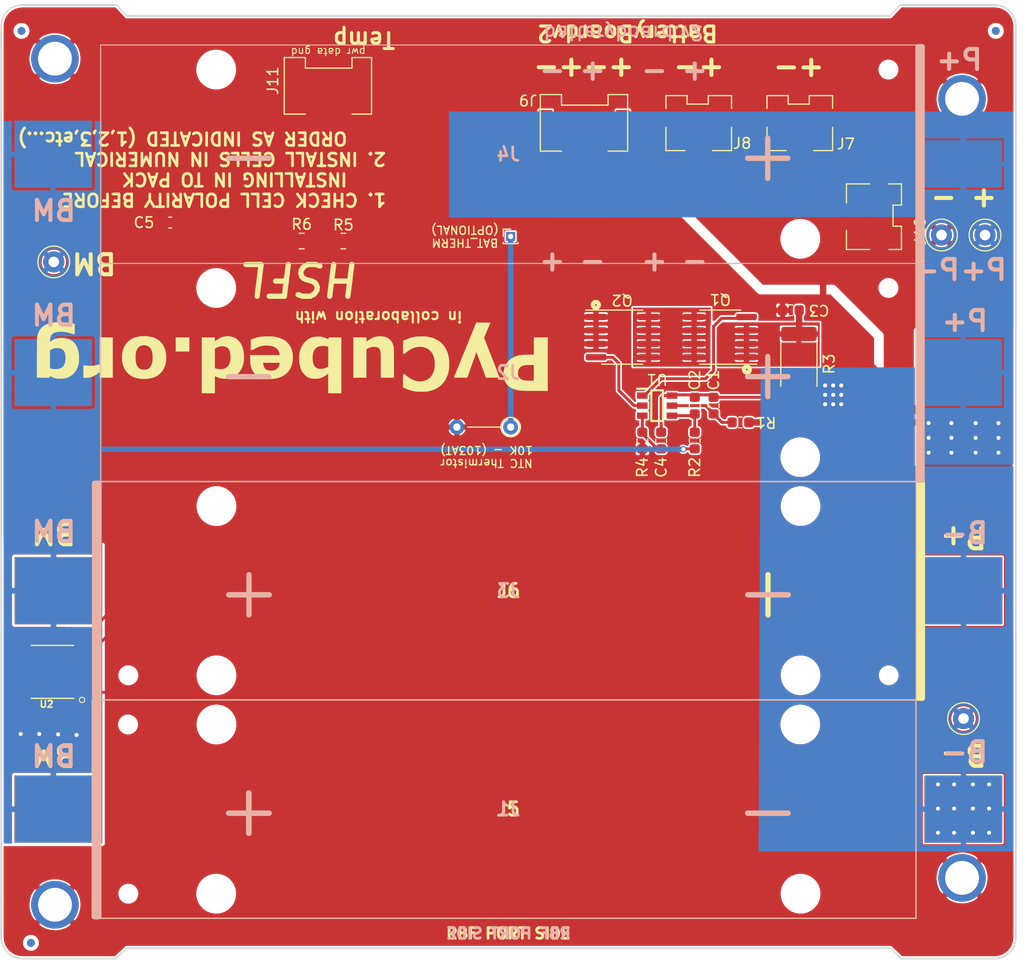
<source format=kicad_pcb>
(kicad_pcb (version 20171130) (host pcbnew "(5.1.9)-1")
  (layers (0 F.Cu signal) (31 B.Cu signal) (34 B.Paste user hide) (35 F.Paste user hide) (36 B.SilkS user) (37 F.SilkS user) (38 B.Mask user hide) (39 F.Mask user hide) (44 Edge.Cuts user))
  (net 0 "")
  (net 1 /VDD)
  (net 2 B-)
  (net 3 "Net-(C2-Pad2)")
  (net 4 PACK-)
  (net 5 BM)
  (net 6 PACK+)
  (net 7 "Net-(Q1-Pad5)")
  (net 8 "Net-(Q1-Pad4)")
  (net 9 "Net-(Q2-Pad4)")
  (net 10 "Net-(C3-Pad1)")
  (net 11 "Net-(C4-Pad2)")
  (net 12 BAT_THERM)
  (net 13 "Net-(J10-Pad2)")
  (net 14 "Net-(J11-Pad2)")
  (net 15 "Net-(R5-Pad1)")
  (net 16 GND)
  (net 17 "Net-(C5-Pad1)")
  (module Resistor_SMD:R_0805_2012Metric (layer F.Cu) (at 81.5975 76.1365 180)
    (fp_text reference R6 (at 0 1.5875) (layer F.SilkS))
    (fp_text value 10k)
    (pad 1 smd roundrect (at -0.9125 0 180) (size 1.025 1.4) (layers F.Cu F.Paste F.Mask) (roundrect_rratio 0.243902) (net 14 "Net-(J11-Pad2)"))
    (pad 2 smd roundrect (at 0.9125 0 180) (size 1.025 1.4) (layers F.Cu F.Paste F.Mask) (roundrect_rratio 0.243902) (net 16 GND))
  )
  (module Resistor_SMD:R_0805_2012Metric (layer F.Cu) (at 85.5345 76.1365 180)
    (fp_text reference R5 (at 0 1.524) (layer F.SilkS))
    (fp_text value 45.3k)
    (pad 1 smd roundrect (at -0.9125 0 180) (size 1.025 1.4) (layers F.Cu F.Paste F.Mask) (roundrect_rratio 0.243902) (net 15 "Net-(R5-Pad1)"))
    (pad 2 smd roundrect (at 0.9125 0 180) (size 1.025 1.4) (layers F.Cu F.Paste F.Mask) (roundrect_rratio 0.243902) (net 14 "Net-(J11-Pad2)"))
  )
  (module custom-footprints:KEYSTONE-1042 (layer B.Cu) (at 101.1174 88.5698)
    (fp_text reference J2 (at 0 0) (layer B.SilkS) (effects (font (size 1.27 1.27) (thickness 0.254)) (justify mirror)))
    (fp_text value KEYSTONE-1042 hide)
    (fp_text user - (at -24.525 0) (layer B.SilkS) (effects (font (size 5 5) (thickness 0.5)) (justify mirror)))
    (fp_text user + (at 24.525 0) (layer B.SilkS) (effects (font (size 5 5) (thickness 0.5)) (justify mirror)))
    (pad 5 np_thru_hole circle (at 35.93 -8) (size 1.57 0) (drill 1.57) (layers *.Cu *.Mask))
    (pad 4 np_thru_hole circle (at 27.6 8) (size 3.45 0) (drill 3.45) (layers *.Cu *.Mask))
    (pad 3 np_thru_hole circle (at -27.6 -8) (size 3.45 0) (drill 3.45) (layers *.Cu *.Mask))
    (pad 2 smd rect (at 43 0 270) (size 6.35 7.34) (layers B.Cu B.Paste B.Mask) (net 6 PACK+))
    (pad 1 smd rect (at -43 0 270) (size 6.35 7.34) (layers B.Cu B.Paste B.Mask) (net 5 BM))
  )
  (module custom-footprints:KEYSTONE-1042 (layer B.Cu) (at 101.1174 67.9196)
    (fp_text reference J4 (at 0 0) (layer B.SilkS) (effects (font (size 1.27 1.27) (thickness 0.254)) (justify mirror)))
    (fp_text value KEYSTONE-1042 hide)
    (fp_text user - (at -24.525 0) (layer B.SilkS) (effects (font (size 5 5) (thickness 0.5)) (justify mirror)))
    (fp_text user + (at 24.525 0) (layer B.SilkS) (effects (font (size 5 5) (thickness 0.5)) (justify mirror)))
    (pad 5 np_thru_hole circle (at 35.93 -8) (size 1.57 0) (drill 1.57) (layers *.Cu *.Mask))
    (pad 4 np_thru_hole circle (at 27.6 8) (size 3.45 0) (drill 3.45) (layers *.Cu *.Mask))
    (pad 3 np_thru_hole circle (at -27.6 -8) (size 3.45 0) (drill 3.45) (layers *.Cu *.Mask))
    (pad 2 smd rect (at 43 0.925 270) (size 4.5 7.34) (layers B.Cu B.Paste B.Mask) (net 6 PACK+))
    (pad 1 smd rect (at -43 0 270) (size 6.35 7.34) (layers B.Cu B.Paste B.Mask) (net 5 BM))
  )
  (module custom-footprints:MountingHole_3.2mm_M3_DIN965_PadMOD (layer F.Cu) (at 144.0053 62.6899)
    (fp_text reference H3 hide)
    (fp_text value MountingHole_Pad)
    (pad 1 thru_hole circle (at 0 0) (size 4.5 4.5) (drill 3.2) (layers F.Cu F.Mask) (net 4 PACK-))
  )
  (module custom-footprints:MountingHole_3.2mm_M3_DIN965_PadMOD (layer F.Cu) (at 144.0053 136.3499)
    (fp_text reference H4 hide)
    (fp_text value MountingHole_Pad)
    (pad 1 thru_hole circle (at 0 0) (size 4.5 4.5) (drill 3.2) (layers *.Cu *.Mask) (net 4 PACK-))
  )
  (module custom-footprints:MountingHole_3.2mm_M3_DIN965_PadMOD (layer F.Cu) (at 58.2803 58.8899)
    (fp_text reference H2 hide)
    (fp_text value MountingHole_Pad)
    (pad 1 thru_hole circle (at 0 0) (size 4.5 4.5) (drill 3.2) (layers *.Cu *.Mask) (net 4 PACK-))
  )
  (module custom-footprints:MountingHole_3.2mm_M3_DIN965_PadMOD (layer F.Cu) (at 58.2803 138.8899)
    (fp_text reference H1 hide)
    (fp_text value MountingHole_Pad)
    (pad 1 thru_hole circle (at 0 0) (size 4.5 4.5) (drill 3.2) (layers *.Cu *.Mask) (net 4 PACK-))
  )
  (module custom-footprints:pycubed_logo (layer F.Cu) (at 83.29676 86.9188 180)
    (fp_text reference Ref** hide)
    (fp_text value Val** hide)
  )
  (module custom-footprints:KEYSTONE-1042 (layer F.Cu) (at 101.1428 109.1946)
    (fp_text reference J6 (at 0 0) (layer F.SilkS) (effects (font (size 1.27 1.27) (thickness 0.254))))
    (fp_text value KEYSTONE-1042 hide)
    (fp_text user - (at -24.525 0) (layer F.SilkS) (effects (font (size 5 5) (thickness 0.5))))
    (fp_text user + (at 24.525 0) (layer F.SilkS) (effects (font (size 5 5) (thickness 0.5))))
    (pad 5 np_thru_hole circle (at 35.93 8) (size 1.57 0) (drill 1.57) (layers *.Cu *.Mask))
    (pad 4 np_thru_hole circle (at 27.6 -8) (size 3.45 0) (drill 3.45) (layers *.Cu *.Mask))
    (pad 3 np_thru_hole circle (at -27.6 8) (size 3.45 0) (drill 3.45) (layers *.Cu *.Mask))
    (pad 2 smd rect (at 43 0 90) (size 6.35 7.34) (layers F.Cu F.Paste F.Mask) (net 6 PACK+))
    (pad 1 smd rect (at -43 0 90) (size 6.35 7.34) (layers F.Cu F.Paste F.Mask) (net 5 BM))
  )
  (module custom-footprints:KEYSTONE-1042 (layer F.Cu) (at 101.1174 129.8448 180)
    (fp_text reference J5 (at 0 0) (layer F.SilkS) (effects (font (size 1.27 1.27) (thickness 0.254))))
    (fp_text value KEYSTONE-1042 hide)
    (fp_text user - (at -24.525 0) (layer F.SilkS) (effects (font (size 5 5) (thickness 0.5))))
    (fp_text user + (at 24.525 0) (layer F.SilkS) (effects (font (size 5 5) (thickness 0.5))))
    (pad 5 np_thru_hole circle (at 35.93 8 180) (size 1.57 0) (drill 1.57) (layers *.Cu *.Mask))
    (pad 4 np_thru_hole circle (at 27.6 -8 180) (size 3.45 0) (drill 3.45) (layers *.Cu *.Mask))
    (pad 3 np_thru_hole circle (at -27.6 8 180) (size 3.45 0) (drill 3.45) (layers *.Cu *.Mask))
    (pad 2 smd rect (at 43 0 270) (size 6.35 7.34) (layers F.Cu F.Paste F.Mask) (net 5 BM))
    (pad 1 smd rect (at -43 0 270) (size 6.35 7.34) (layers F.Cu F.Paste F.Mask) (net 2 B-))
  )
  (module custom-footprints:KEYSTONE-1042 (layer B.Cu) (at 101.1428 109.1946 180)
    (fp_text reference J3 (at 0 0) (layer B.SilkS) (effects (font (size 1.27 1.27) (thickness 0.254)) (justify mirror)))
    (fp_text value KEYSTONE-1042 hide)
    (fp_text user - (at -24.525 0) (layer B.SilkS) (effects (font (size 5 5) (thickness 0.5)) (justify mirror)))
    (fp_text user + (at 24.525 0) (layer B.SilkS) (effects (font (size 5 5) (thickness 0.5)) (justify mirror)))
    (pad 5 np_thru_hole circle (at 35.93 -8 180) (size 1.57 0) (drill 1.57) (layers *.Cu *.Mask))
    (pad 4 np_thru_hole circle (at 27.6 8 180) (size 3.45 0) (drill 3.45) (layers *.Cu *.Mask))
    (pad 3 np_thru_hole circle (at -27.6 -8 180) (size 3.45 0) (drill 3.45) (layers *.Cu *.Mask))
    (pad 2 smd rect (at 43 0 90) (size 6.35 7.34) (layers B.Cu B.Paste B.Mask) (net 5 BM))
    (pad 1 smd rect (at -43 0 90) (size 6.35 7.34) (layers B.Cu B.Paste B.Mask) (net 2 B-))
  )
  (module custom-footprints:KEYSTONE-1042 (layer B.Cu) (at 101.1428 129.8448 180)
    (fp_text reference J1 (at 0 0) (layer B.SilkS) (effects (font (size 1.27 1.27) (thickness 0.254)) (justify mirror)))
    (fp_text value KEYSTONE-1042 hide)
    (fp_text user - (at -24.525 0) (layer B.SilkS) (effects (font (size 5 5) (thickness 0.5)) (justify mirror)))
    (fp_text user + (at 24.525 0) (layer B.SilkS) (effects (font (size 5 5) (thickness 0.5)) (justify mirror)))
    (pad 5 np_thru_hole circle (at 35.93 -8 180) (size 1.57 0) (drill 1.57) (layers *.Cu *.Mask))
    (pad 4 np_thru_hole circle (at 27.6 8 180) (size 3.45 0) (drill 3.45) (layers *.Cu *.Mask))
    (pad 3 np_thru_hole circle (at -27.6 -8 180) (size 3.45 0) (drill 3.45) (layers *.Cu *.Mask))
    (pad 2 smd rect (at 43 0 90) (size 6.35 7.34) (layers B.Cu B.Paste B.Mask) (net 5 BM))
    (pad 1 smd rect (at -43 0 90) (size 6.35 7.34) (layers B.Cu B.Paste B.Mask) (net 2 B-))
  )
  (module Fiducial:Fiducial_0.75mm_Mask1.5mm (layer F.Cu) (at 147.193 56.261)
    (fp_text reference REF** hide)
    (fp_text value Fiducial_0.75mm_Mask1.5mm)
    (pad "" smd circle (at 0 0) (size 0.75 0.75) (layers F.Cu F.Mask) (clearance 0.375))
  )
  (module Fiducial:Fiducial_0.75mm_Mask1.5mm (layer B.Cu) (at 147.193 56.261)
    (fp_text reference REF** hide)
    (fp_text value Fiducial_0.75mm_Mask1.5mm)
    (pad "" smd circle (at 0 0) (size 0.75 0.75) (layers B.Cu B.Mask) (clearance 0.375))
  )
  (module Fiducial:Fiducial_0.75mm_Mask1.5mm (layer F.Cu) (at 55.118 56.261)
    (fp_text reference REF** hide)
    (fp_text value Fiducial_0.75mm_Mask1.5mm)
    (pad "" smd circle (at 0 0) (size 0.75 0.75) (layers F.Cu F.Mask) (clearance 0.375))
  )
  (module Fiducial:Fiducial_0.75mm_Mask1.5mm (layer B.Cu) (at 55.118 56.261)
    (fp_text reference REF** hide)
    (fp_text value Fiducial_0.75mm_Mask1.5mm)
    (pad "" smd circle (at 0 0) (size 0.75 0.75) (layers B.Cu B.Mask) (clearance 0.375))
  )
  (module Fiducial:Fiducial_0.75mm_Mask1.5mm (layer B.Cu) (at 56.007 142.494)
    (fp_text reference REF** hide)
    (fp_text value Fiducial_0.75mm_Mask1.5mm)
    (pad "" smd circle (at 0 0) (size 0.75 0.75) (layers B.Cu B.Mask) (clearance 0.375))
  )
  (module Fiducial:Fiducial_0.75mm_Mask1.5mm (layer F.Cu) (at 56.007 142.494)
    (fp_text reference REF** hide)
    (fp_text value Fiducial_0.75mm_Mask1.5mm)
    (pad "" smd circle (at 0 0) (size 0.75 0.75) (layers F.Cu F.Mask) (clearance 0.375))
  )
  (module Resistor_THT:R_Axial_DIN0204_L3.6mm_D1.6mm_P5.08mm_Vertical (layer F.Cu) (at 101.346 93.726 180)
    (fp_text reference TH1 hide)
    (fp_text value Thermistor)
    (pad 2 thru_hole oval (at 5.08 0 180) (size 1.4 1.4) (drill 0.7) (layers *.Cu *.Mask) (net 4 PACK-))
    (pad 1 thru_hole circle (at 0 0 180) (size 1.4 1.4) (drill 0.7) (layers *.Cu *.Mask) (net 12 BAT_THERM))
  )
  (module Connector_PinHeader_1.00mm:PinHeader_1x01_P1.00mm_Vertical (layer F.Cu) (at 101.346 75.692)
    (fp_text reference J12 hide)
    (fp_text value Screw_Terminal_01x01)
    (pad 1 thru_hole rect (at 0 0) (size 0.85 0.85) (drill 0.5) (layers *.Cu *.Mask) (net 12 BAT_THERM))
  )
  (module TestPoint:TestPoint_Loop_D1.80mm_Drill1.0mm_Beaded (layer F.Cu) (at 146.177 75.565)
    (fp_text reference TP4 hide)
    (fp_text value TestPoint)
    (pad 1 thru_hole circle (at 0 0) (size 2 2) (drill 1) (layers *.Cu *.Mask) (net 6 PACK+))
  )
  (module TestPoint:TestPoint_Loop_D1.80mm_Drill1.0mm_Beaded (layer F.Cu) (at 142.0622 75.565)
    (fp_text reference TP3 hide)
    (fp_text value TestPoint)
    (pad 1 thru_hole circle (at 0 0) (size 2 2) (drill 1) (layers *.Cu *.Mask) (net 4 PACK-))
  )
  (module TestPoint:TestPoint_Loop_D1.80mm_Drill1.0mm_Beaded (layer F.Cu) (at 58.166 78.105)
    (fp_text reference TP2 hide)
    (fp_text value TestPoint)
    (pad 1 thru_hole circle (at 0 0) (size 2 2) (drill 1) (layers *.Cu *.Mask) (net 5 BM))
  )
  (module TestPoint:TestPoint_Loop_D1.80mm_Drill1.0mm_Beaded (layer F.Cu) (at 144.145 121.285)
    (fp_text reference TP1 hide)
    (fp_text value TestPoint)
    (pad 1 thru_hole circle (at 0 0) (size 2 2) (drill 1) (layers *.Cu *.Mask) (net 2 B-))
  )
  (module Capacitor_SMD:C_0603_1608Metric (layer F.Cu) (at 127.8255 82.677 180)
    (fp_text reference C3 (at -2.667 0 180 unlocked) (layer F.SilkS))
    (fp_text value 0.1uF)
    (pad 2 smd roundrect (at 0.7875 0 180) (size 0.875 0.95) (layers F.Cu F.Paste F.Mask) (net 4 PACK-))
    (pad 1 smd roundrect (at -0.7875 0 180) (size 0.875 0.95) (layers F.Cu F.Paste F.Mask) (net 10 "Net-(C3-Pad1)"))
  )
  (module Resistor_SMD:R_0603_1608Metric (layer F.Cu) (at 113.792 94.996 270)
    (fp_text reference R4 (at 2.54 0 90) (layer F.SilkS))
    (fp_text value 1K)
    (pad 2 smd roundrect (at 0.7875 0 270) (size 0.875 0.95) (layers F.Cu F.Paste F.Mask) (net 4 PACK-))
    (pad 1 smd roundrect (at -0.7875 0 270) (size 0.875 0.95) (layers F.Cu F.Paste F.Mask) (net 11 "Net-(C4-Pad2)"))
  )
  (module Resistor_SMD:R_0603_1608Metric (layer F.Cu) (at 118.745 94.996 90)
    (fp_text reference R2 (at -2.54 0 90) (layer F.SilkS))
    (fp_text value 330)
    (pad 2 smd roundrect (at 0.7875 0 90) (size 0.875 0.95) (layers F.Cu F.Paste F.Mask) (net 3 "Net-(C2-Pad2)"))
    (pad 1 smd roundrect (at -0.7875 0 90) (size 0.875 0.95) (layers F.Cu F.Paste F.Mask) (net 5 BM))
  )
  (module Resistor_SMD:R_0603_1608Metric (layer F.Cu) (at 123.063 93.2815 180)
    (fp_text reference R1 (at -2.413 0 180 unlocked) (layer F.SilkS))
    (fp_text value 330)
    (pad 2 smd roundrect (at 0.7875 0 180) (size 0.875 0.95) (layers F.Cu F.Paste F.Mask) (net 1 /VDD))
    (pad 1 smd roundrect (at -0.7875 0 180) (size 0.875 0.95) (layers F.Cu F.Paste F.Mask) (net 6 PACK+))
  )
  (module Resistor_SMD:R_2512_6332Metric (layer F.Cu) (at 128.5875 87.8205 90)
    (fp_text reference R3 (at 0.0635 2.8575 90) (layer F.SilkS))
    (fp_text value 0.01)
    (pad 2 smd roundrect (at 2.9 0 90) (size 1.35 3.35) (layers F.Cu F.Paste F.Mask) (roundrect_rratio 0.185185) (net 10 "Net-(C3-Pad1)"))
    (pad 1 smd roundrect (at -2.9 0 90) (size 1.35 3.35) (layers F.Cu F.Paste F.Mask) (roundrect_rratio 0.185185) (net 2 B-))
  )
  (module Package_SO:SOIC-8_3.9x4.9mm_P1.27mm (layer F.Cu) (at 111.887 85.217)
    (fp_text reference Q2 (at 0 -3.4925 180 unlocked) (layer F.SilkS))
    (fp_text value IRF7458)
    (pad 8 smd roundrect (at 2.475 -1.905) (size 1.95 0.6) (layers F.Cu F.Paste F.Mask) (net 7 "Net-(Q1-Pad5)"))
    (pad 7 smd roundrect (at 2.475 -0.635) (size 1.95 0.6) (layers F.Cu F.Paste F.Mask) (net 7 "Net-(Q1-Pad5)"))
    (pad 6 smd roundrect (at 2.475 0.635) (size 1.95 0.6) (layers F.Cu F.Paste F.Mask) (net 7 "Net-(Q1-Pad5)"))
    (pad 5 smd roundrect (at 2.475 1.905) (size 1.95 0.6) (layers F.Cu F.Paste F.Mask) (net 7 "Net-(Q1-Pad5)"))
    (pad 4 smd roundrect (at -2.475 1.905) (size 1.95 0.6) (layers F.Cu F.Paste F.Mask) (net 9 "Net-(Q2-Pad4)"))
    (pad 3 smd roundrect (at -2.475 0.635) (size 1.95 0.6) (layers F.Cu F.Paste F.Mask) (net 4 PACK-))
    (pad 2 smd roundrect (at -2.475 -0.635) (size 1.95 0.6) (layers F.Cu F.Paste F.Mask) (net 4 PACK-))
    (pad 1 smd roundrect (at -2.475 -1.905) (size 1.95 0.6) (layers F.Cu F.Paste F.Mask) (net 4 PACK-))
  )
  (module Package_SO:SOIC-8_3.9x4.9mm_P1.27mm (layer F.Cu) (at 121.158 85.217 180)
    (fp_text reference Q1 (at 0 3.556 180 unlocked) (layer F.SilkS))
    (fp_text value IRF7458)
    (pad 8 smd roundrect (at 2.475 -1.905 180) (size 1.95 0.6) (layers F.Cu F.Paste F.Mask) (net 7 "Net-(Q1-Pad5)"))
    (pad 7 smd roundrect (at 2.475 -0.635 180) (size 1.95 0.6) (layers F.Cu F.Paste F.Mask) (net 7 "Net-(Q1-Pad5)"))
    (pad 6 smd roundrect (at 2.475 0.635 180) (size 1.95 0.6) (layers F.Cu F.Paste F.Mask) (net 7 "Net-(Q1-Pad5)"))
    (pad 5 smd roundrect (at 2.475 1.905 180) (size 1.95 0.6) (layers F.Cu F.Paste F.Mask) (net 7 "Net-(Q1-Pad5)"))
    (pad 4 smd roundrect (at -2.475 1.905 180) (size 1.95 0.6) (layers F.Cu F.Paste F.Mask) (net 8 "Net-(Q1-Pad4)"))
    (pad 3 smd roundrect (at -2.475 0.635 180) (size 1.95 0.6) (layers F.Cu F.Paste F.Mask) (net 10 "Net-(C3-Pad1)"))
    (pad 2 smd roundrect (at -2.475 -0.635 180) (size 1.95 0.6) (layers F.Cu F.Paste F.Mask) (net 10 "Net-(C3-Pad1)"))
    (pad 1 smd roundrect (at -2.475 -1.905 180) (size 1.95 0.6) (layers F.Cu F.Paste F.Mask) (net 10 "Net-(C3-Pad1)"))
  )
  (module Capacitor_SMD:C_0603_1608Metric (layer F.Cu) (at 115.57 94.996 270)
    (fp_text reference C4 (at 2.54 0 90) (layer F.SilkS))
    (fp_text value 0.1uF)
    (pad 2 smd roundrect (at 0.7875 0 270) (size 0.875 0.95) (layers F.Cu F.Paste F.Mask) (net 11 "Net-(C4-Pad2)"))
    (pad 1 smd roundrect (at -0.7875 0 270) (size 0.875 0.95) (layers F.Cu F.Paste F.Mask) (net 2 B-))
  )
  (module Capacitor_SMD:C_0603_1608Metric (layer F.Cu) (at 118.745 91.694 270)
    (fp_text reference C2 (at -2.413 0 90) (layer F.SilkS))
    (fp_text value 0.1uF)
    (pad 2 smd roundrect (at 0.7875 0 270) (size 0.875 0.95) (layers F.Cu F.Paste F.Mask) (net 3 "Net-(C2-Pad2)"))
    (pad 1 smd roundrect (at -0.7875 0 270) (size 0.875 0.95) (layers F.Cu F.Paste F.Mask) (net 2 B-))
  )
  (module Capacitor_SMD:C_0603_1608Metric (layer F.Cu) (at 120.523 91.694 270)
    (fp_text reference C1 (at -2.413 0 90) (layer F.SilkS))
    (fp_text value 0.1uF)
    (pad 2 smd roundrect (at 0.7875 0 270) (size 0.875 0.95) (layers F.Cu F.Paste F.Mask) (net 1 /VDD))
    (pad 1 smd roundrect (at -0.7875 0 270) (size 0.875 0.95) (layers F.Cu F.Paste F.Mask) (net 2 B-))
  )
  (module custom-footprints:SOT95P280X130-6N (layer F.Cu) (at 115.189 91.694)
    (fp_text reference U1 (at 0 -2.4765 180 unlocked) (layer F.SilkS))
    (fp_text value R5460N233AF hide)
    (pad 6 smd rect (at 1.4 -0.95 90) (size 0.6 1) (layers F.Cu F.Paste F.Mask) (net 2 B-))
    (pad 5 smd rect (at 1.4 0 90) (size 0.6 1) (layers F.Cu F.Paste F.Mask) (net 1 /VDD))
    (pad 4 smd rect (at 1.4 0.95 90) (size 0.6 1) (layers F.Cu F.Paste F.Mask) (net 3 "Net-(C2-Pad2)"))
    (pad 3 smd rect (at -1.4 0.95 90) (size 0.6 1) (layers F.Cu F.Paste F.Mask) (net 11 "Net-(C4-Pad2)"))
    (pad 2 smd rect (at -1.4 0 90) (size 0.6 1) (layers F.Cu F.Paste F.Mask) (net 9 "Net-(Q2-Pad4)"))
    (pad 1 smd rect (at -1.4 -0.95 90) (size 0.6 1) (layers F.Cu F.Paste F.Mask) (net 8 "Net-(Q1-Pad4)"))
  )
  (module Molex:Molex_Pico-Lock_503763-0291_1x02-1MP_P1.00m_Horizontal (layer F.Cu) (at 125.77 62.58)
    (fp_text reference J7 (at 7.25 4.37 unlocked) (layer F.SilkS))
    (fp_text value Conn_01x02_Female)
    (pad GND smd rect (at 0.25 1.87 180) (size 1.26 1.3) (layers F.Cu F.Paste F.Mask))
    (pad 2 smd rect (at 2.4 4.8 180) (size 0.55 1) (layers F.Cu F.Paste F.Mask) (net 4 PACK-))
    (pad GND smd rect (at 5.55 1.87 180) (size 1.26 1.3) (layers F.Cu F.Paste F.Mask))
    (pad 1 smd rect (at 3.4 4.8 180) (size 0.55 1) (layers F.Cu F.Paste F.Mask) (net 13 "Net-(J10-Pad2)"))
  )
  (module Molex:Molex_Pico-Lock_503763-0291_1x02-1MP_P1.00m_Horizontal (layer F.Cu) (at 116.22 62.58)
    (fp_text reference J8 (at 7.01 4.32 unlocked) (layer F.SilkS))
    (fp_text value Conn_01x02_Female)
    (pad 1 smd rect (at 3.4 4.8 180) (size 0.55 1) (layers F.Cu F.Paste F.Mask) (net 13 "Net-(J10-Pad2)"))
    (pad GND smd rect (at 5.55 1.87 180) (size 1.26 1.3) (layers F.Cu F.Paste F.Mask))
    (pad 2 smd rect (at 2.4 4.8 180) (size 0.55 1) (layers F.Cu F.Paste F.Mask) (net 4 PACK-))
    (pad GND smd rect (at 0.25 1.87 180) (size 1.26 1.3) (layers F.Cu F.Paste F.Mask))
  )
  (module Molex:Molex_Pico-Lock_503763-0491_1x04-1MP_P1.00mm_Horizontal (layer F.Cu) (at 104.4 62.530001)
    (fp_text reference J9 (at -1.41 0.269999 180 unlocked) (layer F.SilkS))
    (fp_text value Conn_01x04_Female)
    (pad GND smd rect (at 7.55 1.87 180) (size 1.26 1.3) (layers F.Cu F.Paste F.Mask))
    (pad 1 smd rect (at 5.4 4.85 180) (size 0.55 1) (layers F.Cu F.Paste F.Mask) (net 13 "Net-(J10-Pad2)"))
    (pad GND smd rect (at 0.25 1.87 180) (size 1.26 1.3) (layers F.Cu F.Paste F.Mask))
    (pad 2 smd rect (at 4.4 4.85 180) (size 0.55 1) (layers F.Cu F.Paste F.Mask) (net 4 PACK-))
    (pad 3 smd rect (at 3.4 4.85 180) (size 0.55 1) (layers F.Cu F.Paste F.Mask) (net 13 "Net-(J10-Pad2)"))
    (pad 4 smd rect (at 2.4 4.85 180) (size 0.55 1) (layers F.Cu F.Paste F.Mask) (net 4 PACK-))
  )
  (module Molex:Molex_Pico-Lock_503763-0291_1x02-1MP_P1.00m_Horizontal (layer F.Cu) (at 138.08 70.93 270)
    (fp_text reference J10 (at 4.28 -1.97 90) (layer F.SilkS))
    (fp_text value Conn_01x02_Female)
    (pad GND smd rect (at 0.25 1.87 90) (size 1.26 1.3) (layers F.Cu F.Paste F.Mask))
    (pad 2 smd rect (at 2.4 4.8 90) (size 0.55 1) (layers F.Cu F.Paste F.Mask) (net 13 "Net-(J10-Pad2)"))
    (pad GND smd rect (at 5.55 1.87 90) (size 1.26 1.3) (layers F.Cu F.Paste F.Mask))
    (pad 1 smd rect (at 3.4 4.8 90) (size 0.55 1) (layers F.Cu F.Paste F.Mask) (net 6 PACK+))
  )
  (module Molex:Molex_Pico-Lock_503763-0491_1x04-1MP_P1.00mm_Horizontal (layer F.Cu) (at 80.2 59.03)
    (fp_text reference J11 (at -1.33 1.94 90) (layer F.SilkS))
    (fp_text value Conn_01x04_Female)
    (pad GND smd rect (at 7.55 1.87 180) (size 1.26 1.3) (layers F.Cu F.Paste F.Mask))
    (pad 1 smd rect (at 5.4 4.85 180) (size 0.55 1) (layers F.Cu F.Paste F.Mask) (net 17 "Net-(C5-Pad1)"))
    (pad GND smd rect (at 0.25 1.87 180) (size 1.26 1.3) (layers F.Cu F.Paste F.Mask))
    (pad 2 smd rect (at 4.4 4.85 180) (size 0.55 1) (layers F.Cu F.Paste F.Mask) (net 14 "Net-(J11-Pad2)"))
    (pad 3 smd rect (at 3.4 4.85 180) (size 0.55 1) (layers F.Cu F.Paste F.Mask) (net 16 GND))
    (pad 4 smd rect (at 2.4 4.85 180) (size 0.55 1) (layers F.Cu F.Paste F.Mask) (net 16 GND))
  )
  (module Capacitor_SMD:C_0603_1608Metric (layer F.Cu) (at 69.166 74.387851)
    (fp_text reference C5 (at -2.4765 0) (layer F.SilkS))
    (fp_text value 0.1uF)
    (pad 2 smd roundrect (at 0.775 0) (size 0.9 0.95) (layers F.Cu F.Paste F.Mask) (net 16 GND))
    (pad 1 smd roundrect (at -0.775 0) (size 0.9 0.95) (layers F.Cu F.Paste F.Mask) (net 17 "Net-(C5-Pad1)"))
  )
  (module SOIC8P127_490X600X175L83X41N (layer F.Cu) (at 58.041001 116.869001 180)
    (fp_text reference U2 (at 0.5531 -3.052482) (layer F.SilkS) (effects (font (size 0.641279 0.641279))))
    (fp_text value TMP36FSZ)
    (pad 8 smd roundrect (at 2.425 -1.905 180) (size 2.07 0.66) (layers F.Cu F.Paste F.Mask) (roundrect_rratio 0.5) (net 17 "Net-(C5-Pad1)"))
    (pad 7 smd roundrect (at 2.425 -0.635 180) (size 2.07 0.66) (layers F.Cu F.Paste F.Mask) (roundrect_rratio 0.5))
    (pad 6 smd roundrect (at 2.425 0.635 180) (size 2.07 0.66) (layers F.Cu F.Paste F.Mask) (roundrect_rratio 0.5))
    (pad 5 smd roundrect (at 2.425 1.905 180) (size 2.07 0.66) (layers F.Cu F.Paste F.Mask) (roundrect_rratio 0.5) (net 17 "Net-(C5-Pad1)"))
    (pad 4 smd roundrect (at -2.425 1.905 180) (size 2.07 0.66) (layers F.Cu F.Paste F.Mask) (roundrect_rratio 0.5) (net 16 GND))
    (pad 3 smd roundrect (at -2.425 0.635 180) (size 2.07 0.66) (layers F.Cu F.Paste F.Mask) (roundrect_rratio 0.5))
    (pad 2 smd roundrect (at -2.425 -0.635 180) (size 2.07 0.66) (layers F.Cu F.Paste F.Mask) (roundrect_rratio 0.5))
    (pad 1 smd roundrect (at -2.425 -1.905 180) (size 2.07 0.66) (layers F.Cu F.Paste F.Mask) (roundrect_rratio 0.5) (net 15 "Net-(R5-Pad1)"))
  )
  (gr_text batteryboard.v2 (at 112.014 56.4515 180) (layer B.SilkS) (effects (font (size 1.3 1.3) (thickness 0.2)) (justify mirror)))
  (gr_text "pwr data gnd" (at 84.11 58.24 180) (layer F.SilkS) (effects (font (size 0.7 0.7) (thickness 0.1))))
  (gr_text "Temp \n" (at 86.92 57.1 180) (layer F.SilkS) (effects (font (size 1.5 1.5) (thickness 0.3))))
  (gr_text HSFL (at 81.53 79.71 180) (layer F.SilkS) (effects (font (size 3 3) (thickness 0.5) italic)))
  (gr_text "in collaboration with" (at 88.86 83.29 180) (layer F.SilkS) (effects (font (size 1 1) (thickness 0.2))))
  (gr_text BatteryBoardv2 (at 112.39 56.48 180) (layer F.SilkS) (effects (font (size 1.5 1.5) (thickness 0.3))))
  (gr_text -+ (at 128.57 59.58) (layer F.SilkS) (effects (font (size 1.905 1.905) (thickness 0.381))))
  (gr_circle (center 123.6726 88.2904) (end 123.7488 88.3158) (layer F.SilkS) (width 0.4))
  (gr_circle (center 109.3978 82.169) (end 109.474 82.1944) (layer F.SilkS) (width 0.4))
  (gr_text "- +" (at 144.16532 71.9201) (layer F.SilkS) (effects (font (size 1.905 1.905) (thickness 0.381))))
  (gr_text "1. CHECK CELL POLARITY BEFORE \n    INSTALLING IN TO PACK\n2. INSTALL CELLS IN NUMERICAL \n    ORDER AS INDICATED (1,2,3,etc...)" (at 89.69502 69.32676 180) (layer F.SilkS) (effects (font (size 1.2 1.2) (thickness 0.254)) (justify left)))
  (gr_text "RBF PORT SIDE" (at 101.1428 141.605) (layer B.SilkS) (effects (font (size 1.016 1.016) (thickness 0.254)) (justify mirror)))
  (gr_text "RBF PORT SIDE" (at 101.1428 141.605) (layer F.SilkS) (effects (font (size 1.016 1.016) (thickness 0.254))))
  (gr_line (start 64.0969 53.8099) (end 55.2003 53.8099) (layer Edge.Cuts) (width 0.15))
  (gr_line (start 147.0853 53.8099) (end 138.1887 53.8099) (layer Edge.Cuts) (width 0.15))
  (gr_line (start 137.2108 54.8452) (end 138.1887 53.8099) (layer Edge.Cuts) (width 0.15))
  (gr_line (start 137.2108 54.8452) (end 65.0748 54.8452) (layer Edge.Cuts) (width 0.15))
  (gr_line (start 65.0748 54.8452) (end 64.0969 53.8099) (layer Edge.Cuts) (width 0.15))
  (gr_line (start 147.0853 143.9799) (end 138.2461 143.9799) (layer Edge.Cuts) (width 0.15))
  (gr_line (start 64.0395 143.9799) (end 65.0748 143.002) (layer Edge.Cuts) (width 0.15))
  (gr_line (start 137.2108 143.002) (end 65.0748 143.002) (layer Edge.Cuts) (width 0.15))
  (gr_line (start 138.2461 143.9799) (end 137.2108 143.002) (layer Edge.Cuts) (width 0.15))
  (gr_text "BAT_THERM\n(OPTIONAL)" (at 97.028 75.692 180) (layer F.SilkS) (effects (font (size 0.762 0.762) (thickness 0.127))))
  (gr_text "NTC Thermistor\n10K - (103AT)" (at 99.06 96.52 180) (layer F.SilkS) (effects (font (size 0.762 0.762) (thickness 0.127))))
  (gr_text "- +" (at 107.188 77.978) (layer B.SilkS) (effects (font (size 1.905 1.905) (thickness 0.381)) (justify mirror)))
  (gr_text "- +" (at 116.84 77.978) (layer B.SilkS) (effects (font (size 1.905 1.905) (thickness 0.381)) (justify mirror)))
  (gr_text "- +" (at 116.84 60.198 180) (layer B.SilkS) (effects (font (size 1.905 1.905) (thickness 0.381)) (justify mirror)))
  (gr_text "- +" (at 107.188 60.198 180) (layer B.SilkS) (effects (font (size 1.905 1.905) (thickness 0.381)) (justify mirror)))
  (gr_text -+ (at 119.14 59.56) (layer F.SilkS) (effects (font (size 1.905 1.905) (thickness 0.381))))
  (gr_text -+-+ (at 108.26 59.56) (layer F.SilkS) (effects (font (size 1.905 1.905) (thickness 0.381))))
  (gr_text P+ (at 143.7386 59.0042) (layer B.SilkS) (effects (font (size 1.905 1.905) (thickness 0.381)) (justify mirror)))
  (gr_text P- (at 141.605 78.867) (layer B.SilkS) (effects (font (size 1.905 1.905) (thickness 0.381)) (justify mirror)))
  (gr_text BM (at 61.976 78.232 180) (layer F.SilkS) (effects (font (size 1.905 1.905) (thickness 0.381))))
  (gr_text P+ (at 146.05 78.867) (layer B.SilkS) (effects (font (size 1.905 1.905) (thickness 0.381)) (justify mirror)))
  (gr_text P+ (at 144.272 83.693) (layer B.SilkS) (effects (font (size 1.905 1.905) (thickness 0.381)) (justify mirror)))
  (gr_text B- (at 144.272 103.759) (layer B.SilkS) (effects (font (size 1.905 1.905) (thickness 0.381)) (justify mirror)))
  (gr_text B- (at 144.272 124.46) (layer B.SilkS) (effects (font (size 1.905 1.905) (thickness 0.381)) (justify mirror)))
  (gr_text BM (at 58.166 124.841) (layer B.SilkS) (effects (font (size 1.905 1.905) (thickness 0.381)) (justify mirror)))
  (gr_text BM (at 58.166 73.279) (layer B.SilkS) (effects (font (size 1.905 1.905) (thickness 0.381)) (justify mirror)))
  (gr_text BM (at 58.166 83.185) (layer B.SilkS) (effects (font (size 1.905 1.905) (thickness 0.381)) (justify mirror)))
  (gr_text BM (at 58.166 103.632) (layer B.SilkS) (effects (font (size 1.905 1.905) (thickness 0.381)) (justify mirror)))
  (gr_text P+ (at 144.145 104.14 180) (layer F.SilkS) (effects (font (size 1.905 1.905) (thickness 0.381))))
  (gr_text B- (at 144.145 124.714 180) (layer F.SilkS) (effects (font (size 1.905 1.905) (thickness 0.381))))
  (gr_text BM (at 58.166 124.714 180) (layer F.SilkS) (effects (font (size 1.905 1.905) (thickness 0.381))))
  (gr_text BM (at 58.166 103.759 180) (layer F.SilkS) (effects (font (size 1.905 1.905) (thickness 0.381))))
  (gr_line (start 55.2003 143.9799) (end 64.0395 143.9799) (layer Edge.Cuts) (width 0.15))
  (gr_arc (start 147.0853 141.9799) (end 147.0853 143.9799) (angle -90) (layer Edge.Cuts) (width 0.15))
  (gr_line (start 149.0853 141.9799) (end 149.0853 55.8099) (layer Edge.Cuts) (width 0.15))
  (gr_arc (start 147.0853 55.8099) (end 149.0853 55.8099) (angle -90) (layer Edge.Cuts) (width 0.15))
  (gr_arc (start 55.2003 55.8099) (end 55.2003 53.8099) (angle -90) (layer Edge.Cuts) (width 0.15))
  (gr_line (start 53.2003 55.8099) (end 53.2003 141.9799) (layer Edge.Cuts) (width 0.15))
  (gr_arc (start 55.2003 141.9799) (end 53.2003 141.9799) (angle -90) (layer Edge.Cuts) (width 0.15))
  (segment (start 120.523 92.456) (end 120.523 92.4815) (width 0.2794) (layer F.Cu) (net 1))
  (segment (start 116.589 91.694) (end 119.761 91.694) (width 0.2794) (layer F.Cu) (net 1))
  (segment (start 119.761 91.694) (end 120.523 92.456) (width 0.2794) (layer F.Cu) (net 1))
  (segment (start 121.323 93.2815) (end 120.523 92.4815) (width 0.2794) (layer F.Cu) (net 1))
  (segment (start 122.2755 93.2815) (end 121.323 93.2815) (width 0.2794) (layer F.Cu) (net 1))
  (via (at 146.558 127.508) (size 0.5842) (drill 0.381) (layers F.Cu B.Cu) (net 2))
  (via (at 145.034 127.508) (size 0.5842) (drill 0.381) (layers F.Cu B.Cu) (net 2))
  (via (at 143.256 127.508) (size 0.5842) (drill 0.381) (layers F.Cu B.Cu) (net 2))
  (via (at 141.732 127.508) (size 0.5842) (drill 0.381) (layers F.Cu B.Cu) (net 2))
  (via (at 143.256 129.794) (size 0.5842) (drill 0.381) (layers F.Cu B.Cu) (net 2))
  (via (at 146.558 129.794) (size 0.5842) (drill 0.381) (layers F.Cu B.Cu) (net 2))
  (via (at 145.034 129.794) (size 0.5842) (drill 0.381) (layers F.Cu B.Cu) (net 2))
  (via (at 141.732 129.794) (size 0.5842) (drill 0.381) (layers F.Cu B.Cu) (net 2))
  (via (at 146.558 132.08) (size 0.5842) (drill 0.381) (layers F.Cu B.Cu) (net 2))
  (via (at 141.732 132.08) (size 0.5842) (drill 0.381) (layers F.Cu B.Cu) (net 2))
  (via (at 143.256 132.08) (size 0.5842) (drill 0.381) (layers F.Cu B.Cu) (net 2))
  (via (at 145.034 132.08) (size 0.5842) (drill 0.381) (layers F.Cu B.Cu) (net 2))
  (segment (start 118.745 90.9065) (end 118.745 90.678) (width 0.2794) (layer F.Cu) (net 2))
  (segment (start 120.2945 90.678) (end 120.523 90.9065) (width 0.2794) (layer F.Cu) (net 2))
  (segment (start 118.745 90.678) (end 120.2945 90.678) (width 0.2794) (layer F.Cu) (net 2))
  (segment (start 116.655 90.678) (end 118.745 90.678) (width 0.2794) (layer F.Cu) (net 2))
  (segment (start 116.589 90.744) (end 116.655 90.678) (width 0.2794) (layer F.Cu) (net 2))
  (segment (start 115.8096 90.744) (end 116.589 90.744) (width 0.2794) (layer F.Cu) (net 2))
  (segment (start 115.57 90.9836) (end 115.8096 90.744) (width 0.2794) (layer F.Cu) (net 2))
  (segment (start 115.57 94.2085) (end 115.57 90.9836) (width 0.2794) (layer F.Cu) (net 2))
  (segment (start 128.4015 90.9065) (end 128.5875 90.7205) (width 0.2794) (layer F.Cu) (net 2))
  (segment (start 120.523 90.9065) (end 128.4015 90.9065) (width 0.2794) (layer F.Cu) (net 2))
  (via (at 131.064 89.789) (size 0.5842) (drill 0.381) (layers F.Cu B.Cu) (net 2))
  (via (at 131.826 89.789) (size 0.5842) (drill 0.381) (layers F.Cu B.Cu) (net 2))
  (via (at 132.588 89.789) (size 0.5842) (drill 0.381) (layers F.Cu B.Cu) (net 2))
  (via (at 131.826 90.678) (size 0.5842) (drill 0.381) (layers F.Cu B.Cu) (net 2))
  (via (at 132.588 90.678) (size 0.5842) (drill 0.381) (layers F.Cu B.Cu) (net 2))
  (via (at 131.064 90.678) (size 0.5842) (drill 0.381) (layers F.Cu B.Cu) (net 2))
  (via (at 131.826 91.567) (size 0.5842) (drill 0.381) (layers F.Cu B.Cu) (net 2))
  (via (at 131.064 91.567) (size 0.5842) (drill 0.381) (layers F.Cu B.Cu) (net 2))
  (via (at 132.588 91.567) (size 0.5842) (drill 0.381) (layers F.Cu B.Cu) (net 2))
  (segment (start 118.5825 92.644) (end 118.745 92.4815) (width 0.2794) (layer F.Cu) (net 3))
  (segment (start 116.589 92.644) (end 118.5825 92.644) (width 0.2794) (layer F.Cu) (net 3))
  (segment (start 118.745 92.4815) (end 118.745 94.2085) (width 0.2794) (layer F.Cu) (net 3))
  (via (at 60.32 122.83) (size 0.5842) (drill 0.381) (layers F.Cu B.Cu) (net 5))
  (via (at 58.58 122.78) (size 0.5842) (drill 0.381) (layers F.Cu B.Cu) (net 5))
  (via (at 55.04 122.74) (size 0.5842) (drill 0.381) (layers F.Cu B.Cu) (net 5))
  (via (at 56.79 122.74) (size 0.5842) (drill 0.381) (layers F.Cu B.Cu) (net 5))
  (segment (start 117.703498 95.7835) (end 117.665498 95.8215) (width 0.2794) (layer F.Cu) (net 5))
  (via (at 117.665498 95.8215) (size 0.5842) (drill 0.381) (layers F.Cu B.Cu) (net 5))
  (segment (start 118.745 95.7835) (end 117.703498 95.7835) (width 0.2794) (layer F.Cu) (net 5))
  (segment (start 117.665498 95.8215) (end 58.2295 95.8215) (width 0.508) (layer B.Cu) (net 5))
  (via (at 140.843 93.345) (size 0.5842) (drill 0.381) (layers F.Cu B.Cu) (net 6))
  (via (at 143.002 93.345) (size 0.5842) (drill 0.381) (layers F.Cu B.Cu) (net 6))
  (via (at 145.288 93.345) (size 0.5842) (drill 0.381) (layers F.Cu B.Cu) (net 6))
  (via (at 147.447 93.345) (size 0.5842) (drill 0.381) (layers F.Cu B.Cu) (net 6))
  (via (at 140.843 94.742) (size 0.5842) (drill 0.381) (layers F.Cu B.Cu) (net 6))
  (via (at 143.002 94.742) (size 0.5842) (drill 0.381) (layers F.Cu B.Cu) (net 6))
  (via (at 145.288 94.742) (size 0.5842) (drill 0.381) (layers F.Cu B.Cu) (net 6))
  (via (at 147.447 94.742) (size 0.5842) (drill 0.381) (layers F.Cu B.Cu) (net 6))
  (via (at 145.288 96.139) (size 0.5842) (drill 0.381) (layers F.Cu B.Cu) (net 6))
  (via (at 140.843 96.139) (size 0.5842) (drill 0.381) (layers F.Cu B.Cu) (net 6))
  (via (at 143.002 96.139) (size 0.5842) (drill 0.381) (layers F.Cu B.Cu) (net 6))
  (via (at 147.447 96.139) (size 0.5842) (drill 0.381) (layers F.Cu B.Cu) (net 6))
  (segment (start 140.7795 93.2815) (end 140.843 93.345) (width 0.6096) (layer F.Cu) (net 6))
  (segment (start 123.8505 93.2815) (end 140.7795 93.2815) (width 0.6096) (layer F.Cu) (net 6))
  (segment (start 130.874201 83.376201) (end 136.454 88.956) (width 0.6096) (layer F.Cu) (net 6))
  (segment (start 136.454 88.956) (end 140.843 93.345) (width 0.6096) (layer F.Cu) (net 6))
  (segment (start 136.15 88.652) (end 136.454 88.956) (width 0.6096) (layer F.Cu) (net 6))
  (segment (start 130.874201 76.735799) (end 133.28 74.33) (width 0.6096) (layer F.Cu) (net 6))
  (segment (start 130.874201 83.376201) (end 130.874201 76.735799) (width 0.6096) (layer F.Cu) (net 6))
  (segment (start 115.57 89.154) (end 113.98 90.744) (width 0.2794) (layer F.Cu) (net 8))
  (segment (start 123.506 83.439) (end 121.285 83.439) (width 0.2794) (layer F.Cu) (net 8))
  (segment (start 120.523 84.201) (end 120.523 88.392) (width 0.2794) (layer F.Cu) (net 8))
  (segment (start 113.98 90.744) (end 113.789 90.744) (width 0.2794) (layer F.Cu) (net 8))
  (segment (start 123.633 83.312) (end 123.506 83.439) (width 0.2794) (layer F.Cu) (net 8))
  (segment (start 121.285 83.439) (end 120.523 84.201) (width 0.2794) (layer F.Cu) (net 8))
  (segment (start 119.761 89.154) (end 115.57 89.154) (width 0.2794) (layer F.Cu) (net 8))
  (segment (start 120.523 88.392) (end 119.761 89.154) (width 0.2794) (layer F.Cu) (net 8))
  (segment (start 111.5695 90.2539) (end 111.5695 87.6935) (width 0.2794) (layer F.Cu) (net 9))
  (segment (start 110.998 87.122) (end 109.412 87.122) (width 0.2794) (layer F.Cu) (net 9))
  (segment (start 113.789 91.694) (end 113.0096 91.694) (width 0.2794) (layer F.Cu) (net 9))
  (segment (start 111.5695 87.6935) (end 110.998 87.122) (width 0.2794) (layer F.Cu) (net 9))
  (segment (start 113.0096 91.694) (end 111.5695 90.2539) (width 0.2794) (layer F.Cu) (net 9))
  (segment (start 128.613 84.895) (end 128.5875 84.9205) (width 0.6096) (layer F.Cu) (net 10))
  (segment (start 128.613 82.677) (end 128.613 84.895) (width 0.6096) (layer F.Cu) (net 10))
  (segment (start 113.789 94.2055) (end 113.792 94.2085) (width 0.2794) (layer F.Cu) (net 11))
  (segment (start 113.789 92.644) (end 113.789 94.2055) (width 0.2794) (layer F.Cu) (net 11))
  (segment (start 115.2145 95.7835) (end 115.57 95.7835) (width 0.2794) (layer F.Cu) (net 11))
  (segment (start 113.792 94.2085) (end 113.792 94.361) (width 0.2794) (layer F.Cu) (net 11))
  (segment (start 113.792 94.361) (end 115.2145 95.7835) (width 0.2794) (layer F.Cu) (net 11))
  (segment (start 101.346 76.625) (end 101.346 93.726) (width 0.508) (layer B.Cu) (net 12))
  (segment (start 101.346 75.692) (end 101.346 76.625) (width 0.508) (layer B.Cu) (net 12))
  (segment (start 119.62 68.4896) (end 119.62 67.38) (width 0.6096) (layer F.Cu) (net 13))
  (segment (start 119.62 67.38) (end 119.62 68.59) (width 0.6096) (layer F.Cu) (net 13))
  (segment (start 119.62 68.59) (end 120.79 69.76) (width 0.6096) (layer F.Cu) (net 13))
  (segment (start 129.17 67.932242) (end 129.17 67.38) (width 0.6096) (layer F.Cu) (net 13))
  (segment (start 127.342242 69.76) (end 129.17 67.932242) (width 0.6096) (layer F.Cu) (net 13))
  (segment (start 120.79 69.76) (end 127.342242 69.76) (width 0.6096) (layer F.Cu) (net 13))
  (segment (start 129.17 67.38) (end 130.874201 69.084201) (width 0.6096) (layer F.Cu) (net 13))
  (segment (start 117.9996 70.11) (end 119.62 68.4896) (width 0.6096) (layer F.Cu) (net 13))
  (segment (start 109.420399 70.11) (end 117.9996 70.11) (width 0.6096) (layer F.Cu) (net 13))
  (segment (start 107.8 67.380001) (end 107.8 68.489601) (width 0.6096) (layer F.Cu) (net 13))
  (segment (start 107.8 68.489601) (end 109.420399 70.11) (width 0.6096) (layer F.Cu) (net 13))
  (segment (start 107.8 67.380001) (end 107.8 66.2) (width 0.6096) (layer F.Cu) (net 13))
  (segment (start 107.8 66.2) (end 108.33 65.67) (width 0.6096) (layer F.Cu) (net 13))
  (segment (start 109.35 65.67) (end 109.8 66.12) (width 0.6096) (layer F.Cu) (net 13))
  (segment (start 109.8 66.12) (end 109.8 67.380001) (width 0.6096) (layer F.Cu) (net 13))
  (segment (start 108.33 65.67) (end 109.35 65.67) (width 0.6096) (layer F.Cu) (net 13))
  (segment (start 133.28 71.49) (end 130.874201 69.084201) (width 0.6096) (layer F.Cu) (net 13))
  (segment (start 133.28 73.33) (end 133.28 71.49) (width 0.6096) (layer F.Cu) (net 13))
  (segment (start 84.6 76.1145) (end 84.622 76.1365) (width 0.27178) (layer F.Cu) (net 14))
  (segment (start 84.6 63.88) (end 84.6 76.1145) (width 0.27178) (layer F.Cu) (net 14))
  (segment (start 82.51 76.1365) (end 84.622 76.1365) (width 0.27178) (layer F.Cu) (net 14))
  (segment (start 60.5238 114.995) (end 61.685 114.995) (width 0.27178) (layer F.Cu) (net 16))
  (segment (start 61.685 114.995) (end 69.94 106.74) (width 0.27178) (layer F.Cu) (net 16))
  (segment (start 69.94 106.74) (end 69.94 76.21) (width 0.27178) (layer F.Cu) (net 16))
  (segment (start 76.71 106.25) (end 67.33 115.63) (width 0.27178) (layer F.Cu) (net 15))
  (segment (start 67.33 115.63) (end 67.33 117.54) (width 0.27178) (layer F.Cu) (net 15))
  (segment (start 66.065 118.805) (end 60.5238 118.805) (width 0.27178) (layer F.Cu) (net 15))
  (segment (start 67.33 117.54) (end 66.065 118.805) (width 0.27178) (layer F.Cu) (net 15))
  (segment (start 86.447 96.513) (end 76.71 106.25) (width 0.27178) (layer F.Cu) (net 15))
  (segment (start 86.447 76.1365) (end 86.447 96.513) (width 0.27178) (layer F.Cu) (net 15))
  (segment (start 83.6 63.88) (end 82.6 63.88) (width 0.27178) (layer F.Cu) (net 16))
  (segment (start 82.6 63.88) (end 82.335957 63.88) (width 0.27178) (layer F.Cu) (net 16))
  (segment (start 80.685 65.530957) (end 80.685 76.1365) (width 0.27178) (layer F.Cu) (net 16))
  (segment (start 82.335957 63.88) (end 80.685 65.530957) (width 0.27178) (layer F.Cu) (net 16))
  (segment (start 78.797894 65.530957) (end 69.941 74.387851) (width 0.27178) (layer F.Cu) (net 16))
  (segment (start 80.685 65.530957) (end 78.797894 65.530957) (width 0.27178) (layer F.Cu) (net 16))
  (segment (start 69.941 76.209) (end 69.94 76.21) (width 0.27178) (layer F.Cu) (net 16))
  (segment (start 69.941 74.387851) (end 69.941 76.209) (width 0.27178) (layer F.Cu) (net 16))
  (segment (start 54.15 115.88) (end 54.15 117.832004) (width 0.27178) (layer F.Cu) (net 17))
  (segment (start 54.15 117.832004) (end 55.122996 118.805) (width 0.27178) (layer F.Cu) (net 17))
  (segment (start 57.525 114.995) (end 55.035 114.995) (width 0.27178) (layer F.Cu) (net 17))
  (segment (start 59.37 113.15) (end 57.525 114.995) (width 0.27178) (layer F.Cu) (net 17))
  (segment (start 61.505604 113.15) (end 59.37 113.15) (width 0.27178) (layer F.Cu) (net 17))
  (segment (start 55.035 114.995) (end 54.15 115.88) (width 0.27178) (layer F.Cu) (net 17))
  (segment (start 55.122996 118.805) (end 55.5962 118.805) (width 0.27178) (layer F.Cu) (net 17))
  (segment (start 85.89 63.59) (end 85.6 63.88) (width 0.27178) (layer F.Cu) (net 17))
  (segment (start 85.89 60.59) (end 85.89 63.59) (width 0.27178) (layer F.Cu) (net 17))
  (segment (start 82.6 57.3) (end 85.89 60.59) (width 0.27178) (layer F.Cu) (net 17))
  (segment (start 80.61 57.3) (end 82.6 57.3) (width 0.27178) (layer F.Cu) (net 17))
  (segment (start 68.391 69.519) (end 80.61 57.3) (width 0.27178) (layer F.Cu) (net 17))
  (segment (start 68.391 74.387851) (end 68.391 69.519) (width 0.27178) (layer F.Cu) (net 17))
  (segment (start 68.391 106.264604) (end 68.391 74.387851) (width 0.27178) (layer F.Cu) (net 17))
  (segment (start 61.505604 113.15) (end 68.391 106.264604) (width 0.27178) (layer F.Cu) (net 17))
  (zone (net 5) (net_name BM) (layer B.Cu) (priority 3) (connect_pads (clearance 0.1524)) (min_thickness 0.1524) (fill yes (arc_segments 32) (thermal_gap 0.254) (thermal_bridge_width 0.508))
    (polygon (pts (xy 62.738 133.096) (xy 53.086 133.096) (xy 53.086 64.77) (xy 62.738 64.77)))
  )
  (zone (net 5) (net_name BM) (layer F.Cu) (priority 3) (connect_pads (clearance 0.254)) (min_thickness 0.1524) (fill yes (arc_segments 32) (thermal_gap 0.254) (thermal_bridge_width 0.508))
    (polygon (pts (xy 62.738 133.096) (xy 53.086 133.096) (xy 53.086 104.902) (xy 62.738 104.902)))
  )
  (zone (net 2) (net_name B-) (layer B.Cu) (priority 2) (connect_pads (clearance 0.1524)) (min_thickness 0.1524) (fill yes (arc_segments 32) (thermal_gap 0.254) (thermal_bridge_width 0.508))
    (polygon (pts (xy 149.098 133.858) (xy 124.7775 133.858) (xy 124.968 88.138) (xy 149.098 88.011)))
  )
  (zone (net 7) (net_name "Net-(Q1-Pad5)") (layer F.Cu) (priority 3) (connect_pads (clearance 0.1524)) (min_thickness 0.1524) (fill yes (arc_segments 32) (thermal_gap 0.127) (thermal_bridge_width 0.508))
    (polygon (pts (xy 120.269 88.011) (xy 112.903 88.011) (xy 112.903 82.423) (xy 120.269 82.423)))
  )
  (zone (net 10) (net_name "Net-(C3-Pad1)") (layer F.Cu) (priority 3) (connect_pads (clearance 0.1524)) (min_thickness 0.1524) (fill yes (arc_segments 32) (thermal_gap 0.127) (thermal_bridge_width 0.508))
    (polygon (pts (xy 130.556 83.82) (xy 130.556 88.011) (xy 120.523 88.011) (xy 120.523 83.82)))
  )
  (zone (net 6) (net_name PACK+) (layer B.Cu) (priority 3) (connect_pads (clearance 0.1524)) (min_thickness 0.1524) (fill yes (arc_segments 32) (thermal_gap 0.1524) (thermal_bridge_width 0.508))
    (polygon (pts (xy 149.092331 97.282) (xy 139.694331 97.282) (xy 139.694331 73.8632) (xy 95.504 73.914) (xy 95.504 63.881) (xy 149.092331 63.881)))
  )
  (zone (net 6) (net_name PACK+) (layer F.Cu) (priority 3) (connect_pads (clearance 0.254)) (min_thickness 0.1524) (fill yes (arc_segments 32) (thermal_gap 0.1524) (thermal_bridge_width 0.508))
    (polygon (pts (xy 149.098 113.286067) (xy 139.7 113.286067) (xy 139.7 84.584067) (xy 149.098 84.584067)))
  )
  (zone (net 2) (net_name B-) (layer F.Cu) (priority 2) (connect_pads (clearance 0.1524)) (min_thickness 0.1524) (fill yes (arc_segments 32) (thermal_gap 0.254) (thermal_bridge_width 0.508))
    (polygon (pts (xy 133.096 92.202) (xy 126.492 92.202) (xy 126.492 89.408) (xy 133.096 89.408)))
  )
  (zone (net 4) (net_name PACK-) (layer F.Cu) (connect_pads (clearance 0.1524)) (min_thickness 0.1524) (fill yes (arc_segments 32) (thermal_gap 0.1524) (thermal_bridge_width 0.508))
    (polygon (pts (xy 149.86 144.78) (xy 53.34 144.78) (xy 53.34 53.34) (xy 149.86 53.34)))
  )
)
</source>
